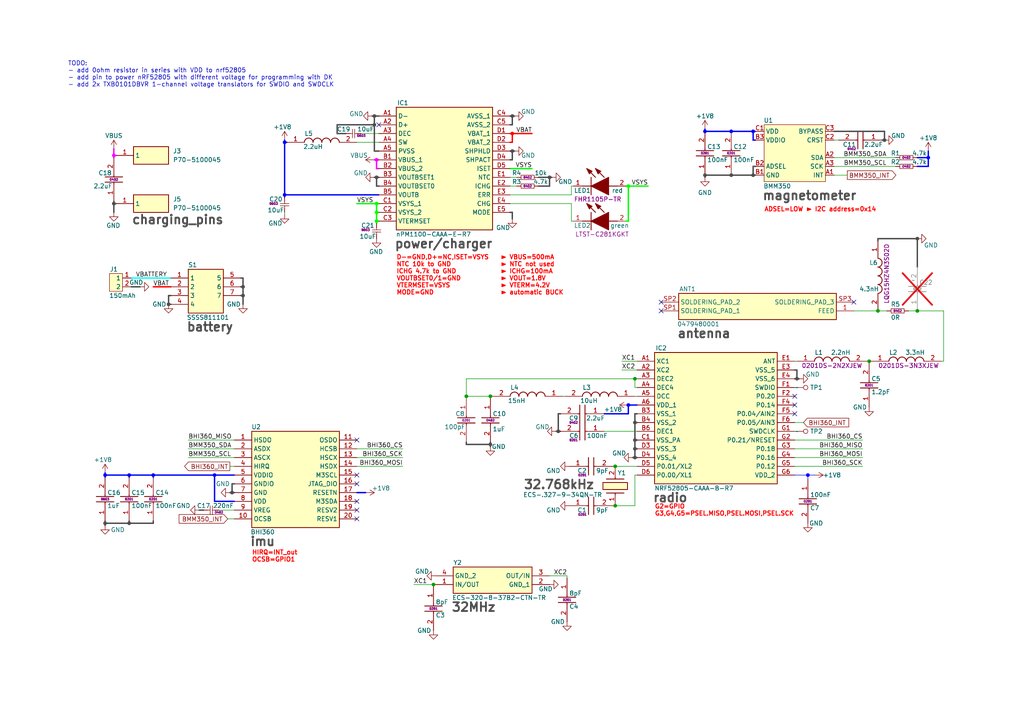
<source format=kicad_sch>
(kicad_sch (version 20230121) (generator eeschema)
  (paper "A4")
  (junction (at 218.44 38.1) (color 0 0 255 1))
  (junction (at 142.24 114.935))
  (junction (at 204.47 50.8) (color 72 72 72 1))
  (junction (at 82.55 56.515) (color 0 0 255 1))
  (junction (at 269.24 45.72) (color 0 0 255 1))
  (junction (at 108.585 36.195) (color 72 72 72 1))
  (junction (at 212.09 50.8) (color 72 72 72 1))
  (junction (at 204.47 38.1) (color 0 0 255 1))
  (junction (at 62.23 137.795) (color 0 0 255 1))
  (junction (at 182.245 53.975) (color 0 255 0 1))
  (junction (at 142.24 128.905) (color 72 72 72 1))
  (junction (at 148.59 33.655) (color 72 72 72 1))
  (junction (at 109.22 51.435) (color 72 72 72 1))
  (junction (at 231.14 109.855) (color 72 72 72 1))
  (junction (at 70.485 85.725) (color 72 72 72 1))
  (junction (at 234.315 137.795) (color 0 0 255 1))
  (junction (at 184.15 130.175) (color 72 72 72 1))
  (junction (at 256.54 40.64) (color 72 72 72 1))
  (junction (at 266.065 69.215) (color 72 72 72 1))
  (junction (at 182.245 117.475) (color 0 0 255 1))
  (junction (at 178.435 135.255))
  (junction (at 48.895 88.265) (color 72 72 72 1))
  (junction (at 37.465 137.795) (color 0 0 255 1))
  (junction (at 30.48 151.765) (color 72 72 72 1))
  (junction (at 33.02 45.085) (color 255 0 255 1))
  (junction (at 218.44 50.8) (color 72 72 72 1))
  (junction (at 33.02 59.055) (color 72 72 72 1))
  (junction (at 37.465 151.765) (color 72 72 72 1))
  (junction (at 254.635 90.17))
  (junction (at 161.925 125.095) (color 72 72 72 1))
  (junction (at 184.15 127.635) (color 72 72 72 1))
  (junction (at 67.31 142.875) (color 72 72 72 1))
  (junction (at 109.22 64.135) (color 0 255 0 1))
  (junction (at 108.585 33.655) (color 72 72 72 1))
  (junction (at 159.385 51.435) (color 72 72 72 1))
  (junction (at 178.435 146.685))
  (junction (at 184.15 132.715) (color 72 72 72 1))
  (junction (at 109.22 61.595) (color 0 255 0 1))
  (junction (at 135.255 114.935))
  (junction (at 44.45 137.795) (color 0 0 255 1))
  (junction (at 148.59 38.735) (color 255 0 0 1))
  (junction (at 266.065 90.17))
  (junction (at 109.22 59.055) (color 0 255 0 1))
  (junction (at 125.73 169.545))
  (junction (at 252.095 104.775))
  (junction (at 82.55 41.275) (color 0 0 255 1))
  (junction (at 184.15 109.855))
  (junction (at 212.09 38.1) (color 0 0 255 1))
  (junction (at 148.59 43.815) (color 72 72 72 1))
  (junction (at 30.48 137.795) (color 0 0 255 1))
  (junction (at 109.22 46.355) (color 255 0 255 1))
  (junction (at 70.485 83.185) (color 72 72 72 1))
  (junction (at 184.15 122.555) (color 72 72 72 1))
  (no_connect (at 247.65 87.63))
  (no_connect (at 230.505 117.475))
  (no_connect (at 103.505 137.795))
  (no_connect (at 230.505 114.935))
  (no_connect (at 103.505 145.415))
  (no_connect (at 191.77 87.63))
  (no_connect (at 103.505 147.955))
  (no_connect (at 103.505 127.635))
  (no_connect (at 191.77 90.17))
  (no_connect (at 109.855 36.195))
  (no_connect (at 103.505 140.335))
  (no_connect (at 230.505 120.015))
  (no_connect (at 103.505 150.495))
  (wire (pts (xy 57.785 147.955) (xy 59.055 147.955)) (stroke (width 0.4) (color 72 72 72 1)))
  (wire (pts (xy 247.65 90.17) (xy 254.635 90.17)))
  (wire (pts (xy 135.255 115.57) (xy 135.255 114.935)))
  (wire (pts (xy 266.065 69.215) (xy 266.065 77.47)) (stroke (width 0.4) (color 72 72 72 1)))
  (wire (pts (xy 142.24 114.935) (xy 142.24 115.57)))
  (wire (pts (xy 108.585 36.195) (xy 108.585 43.815)) (stroke (width 0.4) (color 72 72 72 1)))
  (wire (pts (xy 30.48 137.795) (xy 37.465 137.795)) (stroke (width 0.4) (color 0 0 255 1)))
  (wire (pts (xy 241.935 45.72) (xy 259.715 45.72)))
  (wire (pts (xy 218.44 50.8) (xy 219.075 50.8)) (stroke (width 0.4) (color 72 72 72 1)))
  (wire (pts (xy 161.925 125.095) (xy 162.56 125.095)) (stroke (width 0.4) (color 72 72 72 1)))
  (wire (pts (xy 159.385 51.435) (xy 160.02 51.435)) (stroke (width 0.4) (color 72 72 72 1)))
  (wire (pts (xy 178.435 135.255) (xy 184.785 135.255)))
  (wire (pts (xy 108.585 43.815) (xy 109.855 43.815)) (stroke (width 0.4) (color 72 72 72 1)))
  (wire (pts (xy 183.515 132.715) (xy 184.15 132.715)) (stroke (width 0.4) (color 72 72 72 1)))
  (wire (pts (xy 266.065 45.72) (xy 269.24 45.72)) (stroke (width 0.4) (color 0 0 255 1)))
  (wire (pts (xy 148.59 61.595) (xy 148.59 63.5)) (stroke (width 0.4) (color 72 72 72 1)))
  (wire (pts (xy 30.48 151.13) (xy 30.48 151.765)) (stroke (width 0.4) (color 72 72 72 1)))
  (wire (pts (xy 135.255 109.855) (xy 135.255 114.935)))
  (wire (pts (xy 82.55 41.275) (xy 83.185 41.275)) (stroke (width 0.4) (color 0 0 255 1)))
  (wire (pts (xy 147.955 46.355) (xy 148.59 46.355)) (stroke (width 0.4) (color 72 72 72 1)))
  (wire (pts (xy 109.22 51.435) (xy 109.22 53.975)) (stroke (width 0.4) (color 72 72 72 1)))
  (wire (pts (xy 255.905 40.64) (xy 256.54 40.64)) (stroke (width 0.4) (color 72 72 72 1)))
  (wire (pts (xy 135.255 114.935) (xy 142.24 114.935)))
  (wire (pts (xy 161.925 120.015) (xy 162.56 120.015)) (stroke (width 0.4) (color 72 72 72 1)))
  (wire (pts (xy 212.09 50.8) (xy 218.44 50.8)) (stroke (width 0.4) (color 72 72 72 1)))
  (wire (pts (xy 70.485 85.725) (xy 70.485 88.265)) (stroke (width 0.4) (color 72 72 72 1)))
  (wire (pts (xy 70.485 83.185) (xy 69.85 83.185)) (stroke (width 0.4) (color 72 72 72 1)))
  (wire (pts (xy 241.935 40.64) (xy 243.205 40.64)))
  (wire (pts (xy 66.04 150.495) (xy 67.945 150.495)))
  (wire (pts (xy 230.505 135.255) (xy 250.19 135.255)))
  (wire (pts (xy 38.1 80.645) (xy 49.53 80.645)) (stroke (width 0.4) (color 0 255 255 1)))
  (wire (pts (xy 142.875 114.935) (xy 142.24 114.935)))
  (wire (pts (xy 33.02 59.055) (xy 33.02 61.595)) (stroke (width 0.4) (color 72 72 72 1)))
  (wire (pts (xy 33.02 45.085) (xy 33.02 45.72)) (stroke (width 0.4) (color 255 0 255 1)))
  (wire (pts (xy 148.59 41.275) (xy 147.955 41.275)) (stroke (width 0.4) (color 255 0 0 1)))
  (wire (pts (xy 109.855 64.135) (xy 109.22 64.135)) (stroke (width 0.4) (color 0 255 0 1)))
  (wire (pts (xy 62.23 145.415) (xy 62.23 137.795)) (stroke (width 0.4) (color 0 0 255 1)))
  (wire (pts (xy 218.44 40.64) (xy 218.44 38.1)) (stroke (width 0.4) (color 0 0 255 1)))
  (wire (pts (xy 109.22 48.895) (xy 109.855 48.895)) (stroke (width 0.4) (color 255 0 255 1)))
  (wire (pts (xy 109.22 64.135) (xy 109.22 64.77)) (stroke (width 0.4) (color 0 255 0 1)))
  (wire (pts (xy 230.505 130.175) (xy 250.19 130.175)))
  (wire (pts (xy 230.505 125.095) (xy 231.14 125.095)))
  (wire (pts (xy 44.45 137.795) (xy 62.23 137.795)) (stroke (width 0.4) (color 0 0 255 1)))
  (wire (pts (xy 161.29 125.095) (xy 161.925 125.095)) (stroke (width 0.4) (color 72 72 72 1)))
  (wire (pts (xy 63.5 147.955) (xy 67.945 147.955)))
  (wire (pts (xy 147.955 38.735) (xy 148.59 38.735)) (stroke (width 0.4) (color 255 0 0 1)))
  (wire (pts (xy 70.485 83.185) (xy 70.485 85.725)) (stroke (width 0.4) (color 72 72 72 1)))
  (wire (pts (xy 147.955 59.055) (xy 165.735 59.055)))
  (wire (pts (xy 219.075 40.64) (xy 218.44 40.64)) (stroke (width 0.4) (color 0 0 255 1)))
  (wire (pts (xy 230.505 122.555) (xy 233.045 122.555)))
  (wire (pts (xy 70.485 80.645) (xy 70.485 83.185)) (stroke (width 0.4) (color 72 72 72 1)))
  (wire (pts (xy 165.735 64.135) (xy 166.37 64.135)))
  (wire (pts (xy 180.34 107.315) (xy 184.785 107.315)))
  (wire (pts (xy 182.245 53.975) (xy 187.96 53.975)) (stroke (width 0.4) (color 0 255 0 1)))
  (wire (pts (xy 204.47 37.465) (xy 204.47 38.1)) (stroke (width 0.4) (color 0 0 255 1)))
  (wire (pts (xy 97.79 38.735) (xy 97.79 36.195)) (stroke (width 0.4) (color 72 72 72 1)))
  (wire (pts (xy 184.785 130.175) (xy 184.15 130.175)) (stroke (width 0.4) (color 72 72 72 1)))
  (wire (pts (xy 204.47 50.8) (xy 212.09 50.8)) (stroke (width 0.4) (color 72 72 72 1)))
  (wire (pts (xy 156.21 53.975) (xy 159.385 53.975)) (stroke (width 0.4) (color 72 72 72 1)))
  (wire (pts (xy 147.955 61.595) (xy 148.59 61.595)) (stroke (width 0.4) (color 72 72 72 1)))
  (wire (pts (xy 159.385 53.975) (xy 159.385 51.435)) (stroke (width 0.4) (color 72 72 72 1)))
  (wire (pts (xy 230.505 132.715) (xy 250.19 132.715)))
  (wire (pts (xy 108.585 46.355) (xy 109.22 46.355)) (stroke (width 0.4) (color 255 0 255 1)))
  (wire (pts (xy 37.465 151.765) (xy 44.45 151.765)) (stroke (width 0.4) (color 72 72 72 1)))
  (wire (pts (xy 62.23 145.415) (xy 67.945 145.415)) (stroke (width 0.4) (color 0 0 255 1)))
  (wire (pts (xy 177.8 146.685) (xy 178.435 146.685)))
  (wire (pts (xy 148.59 33.655) (xy 148.59 36.195)) (stroke (width 0.4) (color 72 72 72 1)))
  (wire (pts (xy 147.955 56.515) (xy 165.735 56.515)))
  (wire (pts (xy 241.935 48.26) (xy 259.715 48.26)))
  (wire (pts (xy 66.675 135.255) (xy 67.945 135.255)))
  (wire (pts (xy 147.955 48.895) (xy 154.305 48.895)) (stroke (width 0.4) (color 0 255 0 1)))
  (wire (pts (xy 184.15 130.175) (xy 184.15 132.715)) (stroke (width 0.4) (color 72 72 72 1)))
  (wire (pts (xy 103.505 135.255) (xy 116.84 135.255)))
  (wire (pts (xy 230.505 127.635) (xy 250.19 127.635)))
  (wire (pts (xy 82.55 56.515) (xy 82.55 57.15)) (stroke (width 0.4) (color 0 0 255 1)))
  (wire (pts (xy 125.73 169.545) (xy 126.365 169.545)))
  (wire (pts (xy 135.255 128.27) (xy 135.255 128.905)) (stroke (width 0.4) (color 72 72 72 1)))
  (wire (pts (xy 230.505 104.775) (xy 231.14 104.775)))
  (wire (pts (xy 44.45 137.795) (xy 44.45 138.43)) (stroke (width 0.4) (color 0 0 255 1)))
  (wire (pts (xy 204.47 50.8) (xy 204.47 51.435)) (stroke (width 0.4) (color 72 72 72 1)))
  (wire (pts (xy 256.54 40.64) (xy 256.54 38.1)) (stroke (width 0.4) (color 72 72 72 1)))
  (wire (pts (xy 147.955 43.815) (xy 148.59 43.815)) (stroke (width 0.4) (color 72 72 72 1)))
  (wire (pts (xy 230.505 112.395) (xy 231.14 112.395)))
  (wire (pts (xy 135.255 109.855) (xy 184.15 109.855)))
  (wire (pts (xy 184.15 112.395) (xy 184.785 112.395)))
  (wire (pts (xy 161.925 120.015) (xy 161.925 125.095)) (stroke (width 0.4) (color 72 72 72 1)))
  (wire (pts (xy 241.935 50.8) (xy 245.745 50.8)))
  (wire (pts (xy 82.55 56.515) (xy 109.855 56.515)) (stroke (width 0.4) (color 0 0 255 1)))
  (wire (pts (xy 66.675 142.875) (xy 67.31 142.875)) (stroke (width 0.4) (color 72 72 72 1)))
  (wire (pts (xy 147.955 53.975) (xy 149.86 53.975)))
  (wire (pts (xy 184.15 122.555) (xy 184.15 127.635)) (stroke (width 0.4) (color 72 72 72 1)))
  (wire (pts (xy 254.635 90.17) (xy 257.175 90.17)))
  (wire (pts (xy 147.955 36.195) (xy 148.59 36.195)) (stroke (width 0.4) (color 72 72 72 1)))
  (wire (pts (xy 184.15 132.715) (xy 184.785 132.715)) (stroke (width 0.4) (color 72 72 72 1)))
  (wire (pts (xy 54.61 132.715) (xy 67.945 132.715)))
  (wire (pts (xy 103.505 142.875) (xy 106.045 142.875)) (stroke (width 0.4) (color 0 0 255 1)))
  (wire (pts (xy 184.15 127.635) (xy 184.785 127.635)) (stroke (width 0.4) (color 72 72 72 1)))
  (wire (pts (xy 33.02 45.085) (xy 33.655 45.085)) (stroke (width 0.4) (color 255 0 255 1)))
  (wire (pts (xy 148.59 38.735) (xy 148.59 41.275)) (stroke (width 0.4) (color 255 0 0 1)))
  (wire (pts (xy 178.435 135.89) (xy 178.435 135.255)))
  (wire (pts (xy 182.245 53.975) (xy 181.61 53.975)) (stroke (width 0.4) (color 0 255 0 1)))
  (wire (pts (xy 97.79 38.735) (xy 100.33 38.735)) (stroke (width 0.4) (color 72 72 72 1)))
  (wire (pts (xy 165.735 59.055) (xy 165.735 64.135)))
  (wire (pts (xy 109.855 46.355) (xy 109.22 46.355)) (stroke (width 0.4) (color 255 0 255 1)))
  (wire (pts (xy 182.245 117.475) (xy 184.785 117.475)) (stroke (width 0.4) (color 0 0 255 1)))
  (wire (pts (xy 125.73 170.18) (xy 125.73 169.545)))
  (wire (pts (xy 254.635 69.215) (xy 266.065 69.215)) (stroke (width 0.4) (color 72 72 72 1)))
  (wire (pts (xy 108.585 33.655) (xy 108.585 36.195)) (stroke (width 0.4) (color 72 72 72 1)))
  (wire (pts (xy 175.26 120.015) (xy 182.245 120.015)) (stroke (width 0.4) (color 0 0 255 1)))
  (wire (pts (xy 184.15 137.795) (xy 184.15 146.685)))
  (wire (pts (xy 184.15 146.685) (xy 178.435 146.685)))
  (wire (pts (xy 251.46 104.775) (xy 252.095 104.775)))
  (wire (pts (xy 109.22 61.595) (xy 109.855 61.595)) (stroke (width 0.4) (color 0 255 0 1)))
  (wire (pts (xy 142.24 128.905) (xy 142.24 128.27)) (stroke (width 0.4) (color 72 72 72 1)))
  (wire (pts (xy 184.785 137.795) (xy 184.15 137.795)))
  (wire (pts (xy 181.61 64.135) (xy 182.245 64.135)) (stroke (width 0.4) (color 0 255 0 1)))
  (wire (pts (xy 184.15 109.855) (xy 184.15 112.395)))
  (wire (pts (xy 266.065 90.17) (xy 273.685 90.17)))
  (wire (pts (xy 67.945 140.335) (xy 67.31 140.335)) (stroke (width 0.4) (color 72 72 72 1)))
  (wire (pts (xy 33.02 59.055) (xy 33.655 59.055)) (stroke (width 0.4) (color 72 72 72 1)))
  (wire (pts (xy 273.05 104.775) (xy 273.685 104.775)))
  (wire (pts (xy 263.525 90.17) (xy 266.065 90.17)))
  (wire (pts (xy 269.24 45.72) (xy 269.24 48.26)) (stroke (width 0.4) (color 0 0 255 1)))
  (wire (pts (xy 165.735 53.975) (xy 166.37 53.975)))
  (wire (pts (xy 104.775 38.735) (xy 109.855 38.735)))
  (wire (pts (xy 254.635 69.85) (xy 254.635 69.215)) (stroke (width 0.4) (color 72 72 72 1)))
  (wire (pts (xy 182.245 120.015) (xy 182.245 117.475)) (stroke (width 0.4) (color 0 0 255 1)))
  (wire (pts (xy 241.935 38.1) (xy 256.54 38.1)) (stroke (width 0.4) (color 72 72 72 1)))
  (wire (pts (xy 184.785 120.015) (xy 184.15 120.015)) (stroke (width 0.4) (color 72 72 72 1)))
  (wire (pts (xy 30.48 137.795) (xy 30.48 138.43)) (stroke (width 0.4) (color 0 0 255 1)))
  (wire (pts (xy 38.1 83.185) (xy 40.64 83.185)) (stroke (width 0.4) (color 72 72 72 1)))
  (wire (pts (xy 273.685 104.775) (xy 273.685 90.17)))
  (wire (pts (xy 266.065 48.26) (xy 269.24 48.26)) (stroke (width 0.4) (color 0 0 255 1)))
  (wire (pts (xy 67.945 127.635) (xy 54.61 127.635)))
  (wire (pts (xy 230.505 107.315) (xy 231.14 107.315)) (stroke (width 0.4) (color 72 72 72 1)))
  (wire (pts (xy 44.45 83.185) (xy 49.53 83.185)) (stroke (width 0.4) (color 255 0 0 1)))
  (wire (pts (xy 82.55 61.595) (xy 82.55 62.23)))
  (wire (pts (xy 234.315 137.795) (xy 234.315 139.065)) (stroke (width 0) (color 0 0 255 1)))
  (wire (pts (xy 163.83 114.935) (xy 163.195 114.935)))
  (wire (pts (xy 184.785 109.855) (xy 184.15 109.855)))
  (wire (pts (xy 33.02 58.42) (xy 33.02 59.055)) (stroke (width 0.4) (color 72 72 72 1)))
  (wire (pts (xy 269.24 43.815) (xy 269.24 45.72)) (stroke (width 0.4) (color 0 0 255 1)))
  (wire (pts (xy 230.505 137.795) (xy 234.315 137.795)) (stroke (width 0) (color 0 0 255 1)))
  (wire (pts (xy 62.23 137.795) (xy 67.945 137.795)) (stroke (width 0.4) (color 0 0 255 1)))
  (wire (pts (xy 107.95 33.655) (xy 108.585 33.655)) (stroke (width 0.4) (color 72 72 72 1)))
  (wire (pts (xy 135.255 128.905) (xy 142.24 128.905)) (stroke (width 0.4) (color 72 72 72 1)))
  (wire (pts (xy 218.44 38.1) (xy 219.075 38.1)) (stroke (width 0.4) (color 0 0 255 1)))
  (wire (pts (xy 109.22 46.355) (xy 109.22 48.895)) (stroke (width 0.4) (color 255 0 255 1)))
  (wire (pts (xy 234.315 137.795) (xy 236.22 137.795)) (stroke (width 0) (color 0 0 255 1)))
  (wire (pts (xy 165.735 56.515) (xy 165.735 53.975)))
  (wire (pts (xy 30.48 137.16) (xy 30.48 137.795)) (stroke (width 0.4) (color 0 0 255 1)))
  (wire (pts (xy 103.505 41.275) (xy 109.855 41.275)))
  (wire (pts (xy 184.15 114.935) (xy 184.785 114.935)))
  (wire (pts (xy 49.53 85.725) (xy 48.895 85.725)) (stroke (width 0.4) (color 72 72 72 1)))
  (wire (pts (xy 184.15 122.555) (xy 184.785 122.555)) (stroke (width 0.4) (color 72 72 72 1)))
  (wire (pts (xy 103.505 132.715) (xy 116.84 132.715)))
  (wire (pts (xy 70.485 85.725) (xy 69.85 85.725)) (stroke (width 0.4) (color 72 72 72 1)))
  (wire (pts (xy 103.505 59.055) (xy 109.22 59.055)) (stroke (width 0.4) (color 0 255 0 1)))
  (wire (pts (xy 252.095 104.775) (xy 252.73 104.775)))
  (wire (pts (xy 231.14 109.855) (xy 230.505 109.855)) (stroke (width 0.4) (color 72 72 72 1)))
  (wire (pts (xy 212.09 38.1) (xy 218.44 38.1)) (stroke (width 0.4) (color 0 0 255 1)))
  (wire (pts (xy 148.59 43.815) (xy 148.59 46.355)) (stroke (width 0.4) (color 72 72 72 1)))
  (wire (pts (xy 175.26 125.095) (xy 184.785 125.095)))
  (wire (pts (xy 219.075 48.26) (xy 218.44 48.26)) (stroke (width 0.4) (color 72 72 72 1)))
  (wire (pts (xy 44.45 151.765) (xy 44.45 151.13)) (stroke (width 0.4) (color 72 72 72 1)))
  (wire (pts (xy 109.22 53.975) (xy 109.855 53.975)) (stroke (width 0.4) (color 72 72 72 1)))
  (wire (pts (xy 184.15 127.635) (xy 184.15 130.175)) (stroke (width 0.4) (color 72 72 72 1)))
  (wire (pts (xy 180.34 104.775) (xy 184.785 104.775)))
  (wire (pts (xy 148.59 38.735) (xy 154.305 38.735)) (stroke (width 0.4) (color 255 0 0 1)))
  (wire (pts (xy 109.22 59.055) (xy 109.22 61.595)) (stroke (width 0.4) (color 0 255 0 1)))
  (wire (pts (xy 49.53 88.265) (xy 48.895 88.265)) (stroke (width 0.4) (color 72 72 72 1)))
  (wire (pts (xy 148.59 33.655) (xy 149.225 33.655)) (stroke (width 0.4) (color 72 72 72 1)))
  (wire (pts (xy 231.14 107.315) (xy 231.14 109.855)) (stroke (width 0.4) (color 72 72 72 1)))
  (wire (pts (xy 147.955 33.655) (xy 148.59 33.655)) (stroke (width 0.4) (color 72 72 72 1)))
  (wire (pts (xy 252.095 104.775) (xy 252.095 105.41)))
  (wire (pts (xy 109.855 51.435) (xy 109.22 51.435)) (stroke (width 0.4) (color 72 72 72 1)))
  (wire (pts (xy 159.385 167.005) (xy 164.465 167.005)))
  (wire (pts (xy 147.955 51.435) (xy 149.86 51.435)))
  (wire (pts (xy 97.79 36.195) (xy 108.585 36.195)) (stroke (width 0.4) (color 72 72 72 1)))
  (wire (pts (xy 103.505 130.175) (xy 116.84 130.175)))
  (wire (pts (xy 37.465 137.795) (xy 37.465 138.43)) (stroke (width 0.4) (color 0 0 255 1)))
  (wire (pts (xy 37.465 151.765) (xy 37.465 151.13)) (stroke (width 0.4) (color 72 72 72 1)))
  (wire (pts (xy 231.14 109.855) (xy 231.775 109.855)) (stroke (width 0.4) (color 72 72 72 1)))
  (wire (pts (xy 33.02 43.18) (xy 33.02 45.085)) (stroke (width 0.4) (color 255 0 255 1)))
  (wire (pts (xy 164.465 167.005) (xy 164.465 167.64)))
  (wire (pts (xy 178.435 135.255) (xy 177.8 135.255)))
  (wire (pts (xy 156.21 51.435) (xy 159.385 51.435)) (stroke (width 0.4) (color 72 72 72 1)))
  (wire (pts (xy 30.48 151.765) (xy 30.48 152.4)) (stroke (width 0.4) (color 72 72 72 1)))
  (wire (pts (xy 178.435 146.05) (xy 178.435 146.685)))
  (wire (pts (xy 82.55 56.515) (xy 82.55 41.275)) (stroke (width 0.4) (color 0 0 255 1)))
  (wire (pts (xy 48.895 85.725) (xy 48.895 88.265)) (stroke (width 0.4) (color 72 72 72 1)))
  (wire (pts (xy 37.465 137.795) (xy 44.45 137.795)) (stroke (width 0.4) (color 0 0 255 1)))
  (wire (pts (xy 54.61 130.175) (xy 67.945 130.175)))
  (wire (pts (xy 184.15 120.015) (xy 184.15 122.555)) (stroke (width 0.4) (color 72 72 72 1)))
  (wire (pts (xy 30.48 151.765) (xy 37.465 151.765)) (stroke (width 0.4) (color 72 72 72 1)))
  (wire (pts (xy 204.47 38.1) (xy 212.09 38.1)) (stroke (width 0.4) (color 0 0 255 1)))
  (wire (pts (xy 67.31 140.335) (xy 67.31 142.875)) (stroke (width 0.4) (color 72 72 72 1)))
  (wire (pts (xy 109.22 64.135) (xy 109.22 61.595)) (stroke (width 0.4) (color 0 255 0 1)))
  (wire (pts (xy 108.585 51.435) (xy 109.22 51.435)) (stroke (width 0.4) (color 72 72 72 1)))
  (wire (pts (xy 218.44 48.26) (xy 218.44 50.8)) (stroke (width 0.4) (color 72 72 72 1)))
  (wire (pts (xy 67.31 142.875) (xy 67.945 142.875)) (stroke (width 0.4) (color 72 72 72 1)))
  (wire (pts (xy 108.585 33.655) (xy 109.855 33.655)) (stroke (width 0.4) (color 72 72 72 1)))
  (wire (pts (xy 142.24 129.54) (xy 142.24 128.905)) (stroke (width 0.4) (color 72 72 72 1)))
  (wire (pts (xy 148.59 43.815) (xy 149.225 43.815)) (stroke (width 0.4) (color 72 72 72 1)))
  (wire (pts (xy 69.85 80.645) (xy 70.485 80.645)) (stroke (width 0.4) (color 72 72 72 1)))
  (wire (pts (xy 82.55 40.64) (xy 82.55 41.275)) (stroke (width 0.4) (color 0 0 255 1)))
  (wire (pts (xy 182.245 64.135) (xy 182.245 53.975)) (stroke (width 0.4) (color 0 255 0 1)))
  (wire (pts (xy 120.015 169.545) (xy 125.73 169.545)))
  (wire (pts (xy 109.22 59.055) (xy 109.855 59.055)) (stroke (width 0.4) (color 0 255 0 1)))
  (text "D-=GND,D+=NC,ISET=VSYS	► VBUS=500mA\nNTC 10k to GND			► NTC not used\nICHG 4.7k to GND		► ICHG=100mA\nVOUTBSET0/1=GND      	► VOUT=1.8V\nVTERMSET=VSYS			► VTERM=4.2V\nMODE=GND				► automatic BUCK" (at 114.935 85.725 0) (effects (font (size 1.27 1.27) (thickness 0.254) bold) (justify left bottom)))
  (text "32.768kHz\n" (at 151.765 142.24 0) (effects (font (size 2.54 2.54) bold) (justify left bottom)))
  (text "TODO:\n- add 0ohm resistor in series with VDD to nrf52805\n- add pin to power nRF52805 with different voltage for programming with DK\n- add 2x TXB0101DBVR 1-channel voltage translators for SWDIO and SWDCLK" (at 19.685 25.4 0) (effects (font (size 1.27 1.27)) (justify left bottom)))
  (text "HIRQ=INT_out\nOCSB=GPIO1" (at 73.025 163.195 0) (effects (font (size 1.27 1.27) (thickness 0.254) bold) (justify left bottom)))
  (text "G2=GPIO\nG3,G4,G5=PSEL.MISO,PSEL.MOSI,PSEL.SCK" (at 189.865 149.86 0) (effects (font (size 1.27 1.27) (thickness 0.254) bold) (justify left bottom)))
  (text "radio" (at 189.23 146.05 0) (effects (font (size 2.54 2.54) bold) (justify left bottom)))
  (text "power/charger" (at 114.3 72.39 0) (effects (font (size 2.54 2.54) bold) (justify left bottom)))
  (text "ADSEL=LOW ► I2C address=0x14" (at 221.615 61.595 0) (effects (font (size 1.27 1.27) (thickness 0.254) bold) (justify left bottom)))
  (text "magnetometer" (at 220.98 58.42 0) (effects (font (size 2.54 2.54) (thickness 0.508) bold) (justify left bottom)))
  (text "battery" (at 53.975 96.52 0) (effects (font (size 2.54 2.54) bold) (justify left bottom)))
  (text "antenna" (at 212.09 98.425 0) (effects (font (size 2.54 2.54) bold) (justify right bottom)))
  (text "charging_pins" (at 38.1 65.405 0) (effects (font (size 2.54 2.54) bold) (justify left bottom)))
  (text "imu" (at 72.39 158.75 0) (effects (font (size 2.54 2.54) bold) (justify left bottom)))
  (text "32MHz" (at 130.81 177.8 0) (effects (font (size 2.54 2.54) bold) (justify left bottom)))
  (label "BHI360_CS" (at 116.84 130.175 180))
  (label "VBATTERY" (at 39.37 80.645 0))
  (label "VSYS" (at 154.305 48.895 180))
  (label "VBAT" (at 154.305 38.735 180))
  (label "BHI360_CS" (at 250.19 127.635 180))
  (label "VSYS" (at 103.505 59.055 0))
  (label "VSYS" (at 187.96 53.975 180))
  (label "BHI360_SCK" (at 116.84 132.715 180))
  (label "BHI360_MISO" (at 250.19 130.175 180))
  (label "BMM350_SCL" (at 257.175 48.26 180))
  (label "XC2" (at 180.34 107.315 0))
  (label "XC2" (at 164.465 167.005 180))
  (label "XC1" (at 180.34 104.775 0))
  (label "BHI360_MISO" (at 54.61 127.635 0))
  (label "BHI360_MOSI" (at 250.19 132.715 180))
  (label "BHI360_MOSI" (at 116.84 135.255 180))
  (label "BMM350_SCL" (at 54.61 132.715 0))
  (label "VBAT" (at 44.45 83.185 0))
  (label "XC1" (at 120.015 169.545 0))
  (label "BMM350_SDA" (at 257.175 45.72 180))
  (label "BMM350_SDA" (at 54.61 130.175 0))
  (label "BHI360_SCK" (at 250.19 135.255 180))
  (global_label "BHI360_INT" (shape output) (at 66.675 135.255 180) (property "Intersheetrefs" "${INTERSHEET_REFS}" (effects hide)))
  (global_label "BHI360_INT" (shape input) (at 233.045 122.555 0) (property "Intersheetrefs" "${INTERSHEET_REFS}" (effects hide)))
  (global_label "BMM350_INT" (shape output) (at 245.745 50.8 0) (property "Intersheetrefs" "${INTERSHEET_REFS}" (effects hide)))
  (global_label "BMM350_INT" (shape input) (at 66.04 150.495 180) (property "Intersheetrefs" "${INTERSHEET_REFS}" (effects hide)))
  (symbol (lib_id "power:GND") (at 183.515 132.715 270) (unit 1)
    (property "Reference" "#PWR025" (effects hide))
    (property "Value" "GND" (at 181.61 131.445 90) (effects (justify right)))
  )
  (symbol (lib_id "the_backrooms:GRM033R61E104KE14J") (at 175.26 125.095 0) (mirror y) (unit 1)
    (property "Reference" "C6" (at 165.1 126.365 0) (effects (justify right)))
    (property "Value" "100nF" (at 170.18 126.365 0) (effects (justify right)))
    (property "Footprint" "the_backrooms:CAPC0603X33N" (effects hide))
    (property "Datasheet" "http://www.murata.com/~/media/webrenewal/support/library/catalog/products/capacitor/mlcc/c02e.pdf" (effects hide))
    (property "Height" "0.33" (effects hide))
    (property "Manufacturer_Name" "Murata Electronics" (effects hide))
    (property "Manufacturer_Part_Number" "GRM033R61E104KE14J" (effects hide))
    (property "Mouser Part Number" "81-GRM033R61E104KE4J" (effects hide))
    (property "Mouser Price/Stock" "https://www.mouser.co.uk/ProductDetail/Murata-Electronics/GRM033R61E104KE14J?qs=hNud%2FORuBR2oQhcvd00LsA%3D%3D" (effects hide))
    (property "Arrow Part Number" "GRM033R61E104KE14J" (effects hide))
    (property "Arrow Price/Stock" "https://www.arrow.com/en/products/grm033r61e104ke14j/murata-manufacturing?region=nac" (effects hide))
    (property "Mfr. No." "GRM033R61E104KE14J" (effects hide))
    (property "Package/Case" "0201" (at 166.37 127.635 0) (effects (font (size 0.635 0.635))))
    (property "Description" "Multilayer Ceramic Capacitors MLCC - SMD/SMT 0.1 uF 25 VDC 10% 0201 X5R" (effects hide))
  )
  (symbol (lib_id "power:GND") (at 164.465 180.34 0) (unit 1)
    (property "Reference" "#PWR029" (effects hide))
    (property "Value" "GND" (at 163.83 180.34 0) (effects (justify right)))
  )
  (symbol (lib_id "power:GND") (at 160.02 51.435 90) (unit 1)
    (property "Reference" "#PWR08" (effects hide))
    (property "Value" "GND" (at 161.925 52.705 90) (effects (justify right)))
  )
  (symbol (lib_id "the_backrooms:0201DS-2N2XJEW") (at 231.14 104.775 0) (unit 1)
    (property "Reference" "L1" (at 237.49 102.235 0))
    (property "Value" "2.2nH" (at 243.84 102.235 0))
    (property "Footprint" "INDC0605X45N" (effects hide))
    (property "Datasheet" "https://componentsearchengine.com/Datasheets/1/0201DS-2N2XJEW.pdf" (effects hide))
    (property "Height" "0.45" (effects hide))
    (property "Manufacturer_Name" "COILCRAFT" (effects hide))
    (property "Manufacturer_Part_Number" "0201DS-2N2XJEW" (effects hide))
    (property "Mouser Part Number" "994-0201DS-2N2XJEW" (effects hide))
    (property "Mouser Price/Stock" "https://www.mouser.com/Search/Refine.aspx?Keyword=994-0201DS-2N2XJEW" (effects hide))
    (property "Mfr. No." "0201DS-2N2XJEW" (at 241.3 106.045 0))
  )
  (symbol (lib_id "the_backrooms:res_0402") (at 149.86 53.975 0) (unit 1)
    (property "Reference" "R3" (at 149.86 52.705 0))
    (property "Value" "4.7k" (at 156.845 52.705 0))
    (property "Footprint" "the_backrooms:0402_res" (effects hide))
    (property "Datasheet" "https://www.mouser.de/datasheet/2/54/cr-1858361.pdf" (effects hide))
    (property "Package/Case" "0402" (at 153.035 53.975 0) (effects (font (size 0.635 0.635))))
    (property "Mfr. No." "CR0402-FX-4701GLF" (effects hide))
    (property "Description" "Thick Film Resistors - SMD 4.7K OHM 1%" (effects hide))
  )
  (symbol (lib_id "power:GND") (at 161.29 125.095 270) (unit 1)
    (property "Reference" "#PWR034" (effects hide))
    (property "Value" "GND" (at 159.385 123.825 90) (effects (justify right)))
  )
  (symbol (lib_id "the_backrooms:BHI360") (at 67.945 127.635 0) (unit 1)
    (property "Reference" "U2" (at 74.295 123.825 0))
    (property "Value" "BHI360" (at 76.2 154.305 0))
    (property "Footprint" "BHI360" (effects hide))
    (property "Datasheet" "https://www.bosch-sensortec.com/media/boschsensortec/downloads/datasheets/bst-bhi360-ds000.pdf" (effects hide))
    (property "Height" "1" (effects hide))
    (property "Manufacturer_Name" "BOSCH" (effects hide))
    (property "Manufacturer_Part_Number" "BHI360" (effects hide))
    (property "Mouser Part Number" "262-BHI360" (effects hide))
    (property "Mouser Price/Stock" "https://www.mouser.co.uk/ProductDetail/Bosch-Sensortec/BHI360?qs=ulEaXIWI0c93cz3Dqv%252BGgg%3D%3D" (effects hide))
    (property "Arrow Part Number" "BHI360" (effects hide))
    (property "Arrow Price/Stock" "https://www.arrow.com/en/products/bhi360/bosch?region=nac" (effects hide))
    (property "Mfr. No." "BHI360" (effects hide))
  )
  (symbol (lib_id "power:GND") (at 204.47 51.435 0) (unit 1)
    (property "Reference" "#PWR04" (effects hide))
    (property "Value" "GND" (at 204.47 55.88 0))
  )
  (symbol (lib_id "the_backrooms:res_0402") (at 259.715 45.72 0) (unit 1)
    (property "Reference" "R1" (at 259.715 44.45 0))
    (property "Value" "4.7k" (at 266.7 44.45 0))
    (property "Footprint" "the_backrooms:0402_res" (effects hide))
    (property "Datasheet" "https://www.mouser.de/datasheet/2/54/cr-1858361.pdf" (effects hide))
    (property "Package/Case" "0402" (at 262.89 45.72 0) (effects (font (size 0.635 0.635))))
    (property "Mfr. No." "CR0402-FX-4701GLF" (effects hide))
    (property "Description" "Thick Film Resistors - SMD 4.7K OHM 1%" (effects hide))
  )
  (symbol (lib_id "power:GND") (at 142.24 129.54 0) (unit 1)
    (property "Reference" "#PWR033" (effects hide))
    (property "Value" "GND" (at 146.685 129.54 0) (effects (justify right)))
  )
  (symbol (lib_id "the_backrooms:P70-5100045") (at 33.655 45.085 0) (unit 1)
    (property "Reference" "J3" (at 50.165 43.815 0) (effects (justify left)))
    (property "Value" "P70-5100045" (at 50.165 46.355 0) (effects (justify left)))
    (property "Footprint" "P705100045" (effects hide))
    (property "Datasheet" "https://cdn.harwin.com/pdfs/P70-510.pdf" (effects hide))
    (property "Height" "4.95" (effects hide))
    (property "Manufacturer_Name" "Harwin" (effects hide))
    (property "Manufacturer_Part_Number" "P70-5100045" (effects hide))
    (property "Mouser Part Number" "855-P70-5100045" (effects hide))
    (property "Mouser Price/Stock" "https://www.mouser.co.uk/ProductDetail/Harwin/P70-5100045?qs=k41KVqW3ymrfQb9rO%252BYBmQ%3D%3D" (effects hide))
    (property "Mfr. No." "P70-5100045" (effects hide))
  )
  (symbol (lib_id "the_backrooms:GRM033R61E104KE14J") (at 44.45 151.13 90) (unit 1)
    (property "Reference" "C14" (at 45.085 142.875 90) (effects (justify right)))
    (property "Value" "100nF" (at 45.085 146.685 90) (effects (justify right)))
    (property "Footprint" "the_backrooms:CAPC0603X33N" (effects hide))
    (property "Datasheet" "http://www.murata.com/~/media/webrenewal/support/library/catalog/products/capacitor/mlcc/c02e.pdf" (effects hide))
    (property "Height" "0.33" (effects hide))
    (property "Manufacturer_Name" "Murata Electronics" (effects hide))
    (property "Manufacturer_Part_Number" "GRM033R61E104KE14J" (effects hide))
    (property "Mouser Part Number" "81-GRM033R61E104KE4J" (effects hide))
    (property "Mouser Price/Stock" "https://www.mouser.co.uk/ProductDetail/Murata-Electronics/GRM033R61E104KE14J?qs=hNud%2FORuBR2oQhcvd00LsA%3D%3D" (effects hide))
    (property "Arrow Part Number" "GRM033R61E104KE14J" (effects hide))
    (property "Arrow Price/Stock" "https://www.arrow.com/en/products/grm033r61e104ke14j/murata-manufacturing?region=nac" (effects hide))
    (property "Mfr. No." "GRM033R61E104KE14J" (effects hide))
    (property "Package/Case" "0201" (at 44.45 144.78 90) (effects (font (size 0.635 0.635))))
    (property "Description" "Multilayer Ceramic Capacitors MLCC - SMD/SMT 0.1 uF 25 VDC 10% 0201 X5R" (effects hide))
  )
  (symbol (lib_id "the_backrooms:NLV25T-100J-EF") (at 184.15 114.935 0) (mirror y) (unit 1)
    (property "Reference" "L3" (at 170.18 112.395 0))
    (property "Value" "10uH" (at 170.815 116.205 0))
    (property "Footprint" "the_backrooms:INDM2520X190N" (effects hide))
    (property "Datasheet" "https://product.tdk.com/system/files/dam/doc/product/inductor/inductor/smd/catalog/inductor_commercial_standard_nlv25-ef_en.pdf" (effects hide))
    (property "Height" "1.9" (effects hide))
    (property "Manufacturer_Name" "TDK" (effects hide))
    (property "Manufacturer_Part_Number" "NLV25T-100J-EF" (effects hide))
    (property "Mouser Part Number" "810-NLV25T-100J-EF" (effects hide))
    (property "Mouser Price/Stock" "https://www.mouser.co.uk/ProductDetail/TDK/NLV25T-100J-EF?qs=u4%252BEJ9urDAQApijqgk1nNw%3D%3D" (effects hide))
    (property "Arrow Part Number" "NLV25T-100J-EF" (effects hide))
    (property "Arrow Price/Stock" "https://www.arrow.com/en/products/nlv25t-100j-ef/tdk?region=nac" (effects hide))
    (property "Mfr. No." "NLV25T-100J-EF" (effects hide))
  )
  (symbol (lib_id "the_backrooms:res_0402") (at 257.175 90.17 0) (unit 1)
    (property "Reference" "R5" (at 259.715 88.265 0))
    (property "Value" "0R" (at 259.715 92.075 0))
    (property "Footprint" "the_backrooms:0402_res" (effects hide))
    (property "Package/Case" "0402" (at 260.35 90.17 0) (effects (font (size 0.635 0.635))))
    (property "Mfr. No." "CRCW04020000Z0EDC" (effects hide))
  )
  (symbol (lib_id "the_backrooms:cap_0402") (at 63.5 147.955 180) (unit 1)
    (property "Reference" "C17" (at 59.055 146.685 0))
    (property "Value" "220nF" (at 64.77 146.685 0))
    (property "Footprint" "the_backrooms:0402_cap" (effects hide))
    (property "Datasheet" "https://www.mouser.de/datasheet/2/281/1/GRM155R61H224KE01_01A-3044214.pdf" (effects hide))
    (property "Package/Case" "0402" (at 63.5 148.59 0) (effects (font (size 0.635 0.635))))
    (property "Mfr. No." "GRM155R61H224KE01W" (effects hide))
    (property "Description" "Multilayer Ceramic Capacitors MLCC - SMD/SMT 0.22 uF 50 VDC 10% 0402 X5R" (effects hide))
  )
  (symbol (lib_id "the_backrooms:cap_0603") (at 109.22 69.215 90) (unit 1)
    (property "Reference" "C21" (at 106.68 65.405 90))
    (property "Value" "10uF" (at 106.68 68.58 90))
    (property "Footprint" "the_backrooms:0603_cap" (effects hide))
    (property "Datasheet" "https://www.mouser.de/datasheet/2/281/1/GRM188R60J106KE47_01A-1985702.pdf" (effects hide))
    (property "Package/Case" "0603" (at 106.045 66.675 90) (effects (font (size 0.635 0.635))))
    (property "Mfr. No." "GRM188R60J106KE47D" (effects hide))
    (property "Description" "Multilayer Ceramic Capacitors MLCC - SMD/SMT 10 uF 6.3 VDC 10% 0603 X5R" (effects hide))
  )
  (symbol (lib_id "the_backrooms:nPM1100-CAAA-E-R7") (at 109.855 33.655 0) (unit 1)
    (property "Reference" "IC1" (at 116.84 29.845 0))
    (property "Value" "nPM1100-CAAA-E-R7" (at 125.73 67.945 0))
    (property "Footprint" "BGA25C40P5X5_208X208X52" (effects hide))
    (property "Datasheet" "https://eu.mouser.com/datasheet/2/297/nPM1100_PS_v1_1-3074770.pdf" (effects hide))
    (property "Height" "0.522" (effects hide))
    (property "Manufacturer_Name" "Nordic Semiconductor" (effects hide))
    (property "Manufacturer_Part_Number" "nPM1100-CAAA-E-R7" (effects hide))
    (property "Mouser Part Number" "949-NPM1100-CAAA-R7" (effects hide))
    (property "Mouser Price/Stock" "https://www.mouser.co.uk/ProductDetail/Nordic-Semiconductor/nPM1100-CAAA-E-R7?qs=vvQtp7zwQdOU6PwQjneJOA%3D%3D" (effects hide))
    (property "Arrow Part Number" "NPM1100-CAAA-E-R7" (effects hide))
    (property "Arrow Price/Stock" "https://www.arrow.com/en/products/npm1100-caaa-e-r7/nordic-semiconductor?region=nac" (effects hide))
    (property "Mfr. No." "nPM1100-CAAA-E-R7" (effects hide))
  )
  (symbol (lib_id "the_backrooms:ECS-320-8-37B2-CTN-TR") (at 126.365 167.005 0) (unit 1)
    (property "Reference" "Y2" (at 132.715 163.195 0))
    (property "Value" "ECS-320-8-37B2-CTN-TR" (at 144.78 173.355 0))
    (property "Footprint" "the_backrooms:ECS320837B2CTNTR" (effects hide))
    (property "Datasheet" "https://ecsxtal.com/store/pdf/ECX-1637B2.pdf" (effects hide))
    (property "Height" "0.5" (effects hide))
    (property "Manufacturer_Name" "ECS" (effects hide))
    (property "Manufacturer_Part_Number" "ECS-320-8-37B2-CTN-TR" (effects hide))
    (property "Mouser Part Number" "520-320-8-37B2-CTNTR" (effects hide))
    (property "Mouser Price/Stock" "https://www.mouser.co.uk/ProductDetail/ECS/ECS-320-8-37B2-CTN-TR?qs=aP1CjGhiNiHdeKDzQVYpfg%3D%3D" (effects hide))
    (property "Mfr. No." "ECS-320-8-37B2-CTN-TR" (effects hide))
  )
  (symbol (lib_id "the_backrooms:GRM0335C1H9R0WA01D") (at 165.1 135.255 0) (unit 1)
    (property "Reference" "C2" (at 170.18 136.525 0) (effects (justify right)))
    (property "Value" "9pF" (at 176.53 136.525 0) (effects (justify right)))
    (property "Footprint" "the_backrooms:CAPC0603X33N" (effects hide))
    (property "Mfr. No." "GRM0335C1H9R0WA01D" (effects hide))
    (property "Package/Case" "0201" (at 170.18 137.795 0) (effects (font (size 0.635 0.635)) (justify right)))
    (property "Description" "Multilayer Ceramic Capacitors MLCC - SMD/SMT 9 pF 50 VDC 0.05 pF 0201 C0G (NP0)" (effects hide))
  )
  (symbol (lib_id "the_backrooms:LQW15AN15NH00D") (at 163.195 114.935 0) (mirror y) (unit 1)
    (property "Reference" "L4" (at 149.225 112.395 0))
    (property "Value" "15nH" (at 149.86 116.205 0))
    (property "Footprint" "the_backrooms:LQW15CNR20J00B" (effects hide))
    (property "Datasheet" "https://psearch.en.murata.com/inductor/product/LQW15AN15NH00%23.html" (effects hide))
    (property "Height" "0.6" (effects hide))
    (property "Manufacturer_Name" "Murata Electronics" (effects hide))
    (property "Manufacturer_Part_Number" "LQW15AN15NH00D" (effects hide))
    (property "Mouser Part Number" "81-LQW15AN15NH00D" (effects hide))
    (property "Mouser Price/Stock" "https://www.mouser.co.uk/ProductDetail/Murata-Electronics/LQW15AN15NH00D?qs=iw6lWa%2F%2FJPOZF9RWxR1rlw%3D%3D" (effects hide))
    (property "Arrow Part Number" "LQW15AN15NH00D" (effects hide))
    (property "Arrow Price/Stock" "https://www.arrow.com/en/products/lqw15an15nh00d/murata-manufacturing?region=nac" (effects hide))
    (property "Mfr. No." "LQW15AN15NH00D" (effects hide))
  )
  (symbol (lib_id "the_backrooms:GRM0335C1H9R0WA01D") (at 165.1 146.685 0) (unit 1)
    (property "Reference" "C1" (at 170.18 147.955 0) (effects (justify right)))
    (property "Value" "9pF" (at 176.53 147.955 0) (effects (justify right)))
    (property "Footprint" "the_backrooms:CAPC0603X33N" (effects hide))
    (property "Mfr. No." "GRM0335C1H9R0WA01D" (effects hide))
    (property "Package/Case" "0201" (at 170.18 149.225 0) (effects (font (size 0.635 0.635)) (justify right)))
    (property "Description" "Multilayer Ceramic Capacitors MLCC - SMD/SMT 9 pF 50 VDC 0.05 pF 0201 C0G (NP0)" (effects hide))
  )
  (symbol (lib_id "power:GND") (at 125.73 182.88 0) (unit 1)
    (property "Reference" "#PWR030" (effects hide))
    (property "Value" "GND" (at 125.095 182.88 0) (effects (justify right)))
  )
  (symbol (lib_id "the_backrooms:cap_0603") (at 82.55 61.595 90) (unit 1)
    (property "Reference" "C20" (at 80.01 57.785 90))
    (property "Value" "10uF" (at 80.01 60.96 90))
    (property "Footprint" "the_backrooms:0603_cap" (effects hide))
    (property "Datasheet" "https://www.mouser.de/datasheet/2/281/1/GRM188R60J106KE47_01A-1985702.pdf" (effects hide))
    (property "Package/Case" "0603" (at 79.375 59.055 90) (effects (font (size 0.635 0.635))))
    (property "Mfr. No." "GRM188R60J106KE47D" (effects hide))
    (property "Description" "Multilayer Ceramic Capacitors MLCC - SMD/SMT 10 uF 6.3 VDC 10% 0603 X5R" (effects hide))
  )
  (symbol (lib_id "the_backrooms:cap_0603") (at 100.33 38.735 0) (unit 1)
    (property "Reference" "C19" (at 99.695 37.465 0))
    (property "Value" "10uF" (at 106.045 37.465 0))
    (property "Footprint" "the_backrooms:0603_cap" (effects hide))
    (property "Datasheet" "https://www.mouser.de/datasheet/2/281/1/GRM188R60J106KE47_01A-1985702.pdf" (effects hide))
    (property "Package/Case" "0603" (at 104.775 39.37 0) (effects (font (size 0.635 0.635))))
    (property "Mfr. No." "GRM188R60J106KE47D" (effects hide))
    (property "Description" "Multilayer Ceramic Capacitors MLCC - SMD/SMT 10 uF 6.3 VDC 10% 0603 X5R" (effects hide))
  )
  (symbol (lib_id "the_backrooms:res_0402") (at 259.715 48.26 0) (unit 1)
    (property "Reference" "R2" (at 259.715 46.99 0))
    (property "Value" "4.7k" (at 266.7 46.99 0))
    (property "Footprint" "the_backrooms:0402_res" (effects hide))
    (property "Datasheet" "https://www.mouser.de/datasheet/2/54/cr-1858361.pdf" (effects hide))
    (property "Package/Case" "0402" (at 262.89 48.26 0) (effects (font (size 0.635 0.635))))
    (property "Mfr. No." "CR0402-FX-4701GLF" (effects hide))
    (property "Description" "Thick Film Resistors - SMD 4.7K OHM 1%" (effects hide))
  )
  (symbol (lib_id "the_backrooms:NRF52805-CAAA-R7") (at 184.785 104.775 0) (unit 1)
    (property "Reference" "IC2" (at 191.77 100.965 0))
    (property "Value" "NRF52805-CAAA-B-R7" (at 201.295 141.605 0))
    (property "Footprint" "NRF52805CAAAR7" (effects hide))
    (property "Datasheet" "https://infocenter.nordicsemi.com/pdf/nRF52805_PS_v1.3.pdf" (effects hide))
    (property "Manufacturer_Name" "Nordic Semiconductor" (effects hide))
    (property "Mfr. No." "NRF52805-CAAA-B-R7" (effects hide))
    (property "Package/Case" "28-WLCSP (2.48x2.46)" (effects hide))
    (property "Description" "IC RF TxRx + MCU Bluetooth Bluetooth v5.0 2.4GHz 28-UFBGA, WLCSP" (effects hide))
  )
  (symbol (lib_id "power:GND") (at 107.95 33.655 270) (unit 1)
    (property "Reference" "#PWR05" (effects hide))
    (property "Value" "GND" (at 105.41 33.02 90) (effects (justify right)))
  )
  (symbol (lib_id "power:GND") (at 149.225 43.815 90) (unit 1)
    (property "Reference" "#PWR06" (effects hide))
    (property "Value" "GND" (at 151.13 45.085 90) (effects (justify right)))
  )
  (symbol (lib_id "the_backrooms:GRM0335C1E1R2BA01D") (at 252.095 118.11 90) (unit 1)
    (property "Reference" "C5" (at 252.73 109.855 90) (effects (justify right)))
    (property "Value" "1.2pF" (at 252.73 113.665 90) (effects (justify right)))
    (property "Footprint" "the_backrooms:CAPC0603X33N" (effects hide))
    (property "Datasheet" "http://www.murata.com/~/media/webrenewal/support/library/catalog/products/capacitor/mlcc/c02e.pdf" (effects hide))
    (property "Height" "0.33" (effects hide))
    (property "Manufacturer_Name" "Murata Electronics" (effects hide))
    (property "Manufacturer_Part_Number" "GRM0335C1E1R2BA01D" (effects hide))
    (property "Mouser Part Number" "81-GRM0335C1E1R2BA1D" (effects hide))
    (property "Mouser Price/Stock" "https://www.mouser.co.uk/ProductDetail/Murata-Electronics/GRM0335C1E1R2BA01D?qs=7vGxPDjevFNOWhQJu%2FQbJQ%3D%3D" (effects hide))
    (property "Mfr. No." "GRM0335C1E1R2BA01D" (effects hide))
    (property "Package/Case" "0201" (at 250.825 111.76 90) (effects (font (size 0.635 0.635)) (justify right)))
    (property "Description" "Multilayer Ceramic Capacitors MLCC - SMD/SMT 1.2 pF 25 VDC 0.1 pF 0201 C0G (NP0)" (effects hide))
  )
  (symbol (lib_id "power:+1V8") (at 82.55 40.64 0) (unit 1)
    (property "Reference" "#PWR017" (effects hide))
    (property "Value" "+1V8" (at 81.915 36.83 0))
  )
  (symbol (lib_id "the_backrooms:0603ZD105JAT2A") (at 30.48 151.13 90) (unit 1)
    (property "Reference" "C16" (at 31.115 142.875 90) (effects (justify right)))
    (property "Value" "1uF" (at 31.115 146.685 90) (effects (justify right)))
    (property "Footprint" "the_backrooms:CAPC1608X90N" (effects hide))
    (property "Datasheet" "https://componentsearchengine.com/Datasheets/1/06031A100FAT2A.pdf" (effects hide))
    (property "Height" "0.9" (effects hide))
    (property "Manufacturer_Name" "AVX" (effects hide))
    (property "Manufacturer_Part_Number" "0603ZD105JAT2A" (effects hide))
    (property "Mouser Part Number" "581-0603ZD105JAT2A" (effects hide))
    (property "Mouser Price/Stock" "https://www.mouser.co.uk/ProductDetail/AVX/0603ZD105JAT2A?qs=e0vQSQyd34E0SAgXHPyqxA%3D%3D" (effects hide))
    (property "Mfr. No." "0603ZD105JAT2A" (effects hide))
    (property "Package/Case" "0603" (at 29.21 144.78 90) (effects (font (size 0.635 0.635)) (justify right)))
    (property "Description" "Multilayer Ceramic Capacitors MLCC - SMD/SMT 10V 1uF X5R 0603 5%" (effects hide))
  )
  (symbol (lib_id "the_backrooms:GRM155R61E225KE11D") (at 175.26 120.015 0) (mirror y) (unit 1)
    (property "Reference" "C9" (at 166.37 121.285 0))
    (property "Value" "2.2uF" (at 172.72 121.285 0))
    (property "Footprint" "the_backrooms:CAPC1005X55N" (effects hide))
    (property "Datasheet" "http://www.murata.com/~/media/webrenewal/support/library/catalog/products/capacitor/mlcc/c02e.pdf" (effects hide))
    (property "Height" "0.55" (effects hide))
    (property "Manufacturer_Name" "Murata Electronics" (effects hide))
    (property "Manufacturer_Part_Number" "GRM155R61E225KE11D" (effects hide))
    (property "Mouser Part Number" "81-GRM155R61E225KE1D" (effects hide))
    (property "Mouser Price/Stock" "https://www.mouser.co.uk/ProductDetail/Murata-Electronics/GRM155R61E225KE11D?qs=eeBpzGFlv%252B8X58bIUndZvA%3D%3D" (effects hide))
    (property "Arrow Part Number" "GRM155R61E225KE11D" (effects hide))
    (property "Arrow Price/Stock" "https://www.arrow.com/en/products/grm155r61e225ke11d/murata-manufacturing" (effects hide))
    (property "Mfr. No." "GRM155R61E225KE11D" (effects hide))
    (property "Package/Case" "0402" (at 166.37 122.555 0) (effects (font (size 0.635 0.635))))
    (property "Description" "Multilayer Ceramic Capacitors MLCC - SMD/SMT 2.2 uF 25 VDC 10% 0402 X5R" (effects hide))
  )
  (symbol (lib_id "power:+1V8") (at 204.47 37.465 0) (unit 1)
    (property "Reference" "#PWR03" (effects hide))
    (property "Value" "+1V8" (at 204.47 33.655 0))
  )
  (symbol (lib_id "the_backrooms:GRM155C71C105KE11J") (at 142.24 115.57 90) (mirror x) (unit 1)
    (property "Reference" "C10" (at 142.875 120.015 90) (effects (justify right)))
    (property "Value" "1uF" (at 142.875 124.46 90) (effects (justify right)))
    (property "Footprint" "the_backrooms:CAPC1005X55N" (effects hide))
    (property "Datasheet" "http://www.murata.com/~/media/webrenewal/support/library/catalog/products/capacitor/mlcc/c02e.pdf" (effects hide))
    (property "Height" "0.55" (effects hide))
    (property "Manufacturer_Name" "Murata Electronics" (effects hide))
    (property "Manufacturer_Part_Number" "GRM155C71C105KE11J" (effects hide))
    (property "Mouser Part Number" "81-GRM155C71C105KE11" (effects hide))
    (property "Mouser Price/Stock" "https://www.mouser.co.uk/ProductDetail/Murata-Electronics/GRM155C71C105KE11J?qs=pUKx8fyJudDfEc2RwhPUhw%3D%3D" (effects hide))
    (property "Mfr. No." "GRM155C71C105KE11J" (effects hide))
    (property "Package/Case" "0402" (at 140.97 121.92 90) (effects (font (size 0.635 0.635)) (justify right)))
    (property "Description" "Multilayer Ceramic Capacitors MLCC - SMD/SMT" (effects hide))
  )
  (symbol (lib_id "power:+1V8") (at 182.245 117.475 90) (unit 1)
    (property "Reference" "#PWR035" (effects hide))
    (property "Value" "+1V8" (at 177.8 118.745 90))
  )
  (symbol (lib_id "power:+1V8") (at 269.24 43.815 0) (unit 1)
    (property "Reference" "#PWR02" (effects hide))
    (property "Value" "+1V8" (at 269.24 40.005 0))
  )
  (symbol (lib_id "power:+1V8") (at 236.22 137.795 270) (unit 1)
    (property "Reference" "#PWR036" (effects hide))
    (property "Value" "+1V8" (at 241.3 137.795 90))
  )
  (symbol (lib_id "power:GND") (at 33.02 61.595 0) (unit 1)
    (property "Reference" "#PWR013" (effects hide))
    (property "Value" "GND" (at 34.925 65.405 0) (effects (justify right)))
  )
  (symbol (lib_id "power:+1V8") (at 30.48 137.16 0) (unit 1)
    (property "Reference" "#PWR020" (effects hide))
    (property "Value" "+1V8" (at 29.845 133.35 0))
  )
  (symbol (lib_id "the_backrooms:GRM033R61E104KE14J") (at 234.315 139.065 90) (mirror x) (unit 1)
    (property "Reference" "C7" (at 234.95 147.32 90) (effects (justify right)))
    (property "Value" "100nF" (at 234.95 143.51 90) (effects (justify right)))
    (property "Footprint" "the_backrooms:CAPC0603X33N" (effects hide))
    (property "Datasheet" "http://www.murata.com/~/media/webrenewal/support/library/catalog/products/capacitor/mlcc/c02e.pdf" (effects hide))
    (property "Height" "0.33" (effects hide))
    (property "Manufacturer_Name" "Murata Electronics" (effects hide))
    (property "Manufacturer_Part_Number" "GRM033R61E104KE14J" (effects hide))
    (property "Mouser Part Number" "81-GRM033R61E104KE4J" (effects hide))
    (property "Mouser Price/Stock" "https://www.mouser.co.uk/ProductDetail/Murata-Electronics/GRM033R61E104KE14J?qs=hNud%2FORuBR2oQhcvd00LsA%3D%3D" (effects hide))
    (property "Arrow Part Number" "GRM033R61E104KE14J" (effects hide))
    (property "Arrow Price/Stock" "https://www.arrow.com/en/products/grm033r61e104ke14j/murata-manufacturing?region=nac" (effects hide))
    (property "Mfr. No." "GRM033R61E104KE14J" (effects hide))
    (property "Package/Case" "0201" (at 234.315 145.415 90) (effects (font (size 0.635 0.635))))
    (property "Description" "Multilayer Ceramic Capacitors MLCC - SMD/SMT 0.1 uF 25 VDC 10% 0201 X5R" (effects hide))
  )
  (symbol (lib_id "the_backrooms:P70-5100045") (at 33.655 59.055 0) (unit 1)
    (property "Reference" "J5" (at 50.165 57.785 0) (effects (justify left)))
    (property "Value" "P70-5100045" (at 50.165 60.325 0) (effects (justify left)))
    (property "Footprint" "P705100045" (effects hide))
    (property "Datasheet" "https://cdn.harwin.com/pdfs/P70-510.pdf" (effects hide))
    (property "Height" "4.95" (effects hide))
    (property "Manufacturer_Name" "Harwin" (effects hide))
    (property "Manufacturer_Part_Number" "P70-5100045" (effects hide))
    (property "Mouser Part Number" "855-P70-5100045" (effects hide))
    (property "Mouser Price/Stock" "https://www.mouser.co.uk/ProductDetail/Harwin/P70-5100045?qs=k41KVqW3ymrfQb9rO%252BYBmQ%3D%3D" (effects hide))
    (property "Mfr. No." "P70-5100045" (effects hide))
  )
  (symbol (lib_id "power:+1V8") (at 106.045 142.875 270) (unit 1)
    (property "Reference" "#PWR023" (effects hide))
    (property "Value" "+1V8" (at 110.49 141.605 90))
  )
  (symbol (lib_id "the_backrooms:tp_1mm") (at 231.14 125.095 180) (unit 1)
    (property "Reference" "TP2" (at 234.95 125.095 0) (effects (justify right)))
    (property "Value" "~" (at 231.14 125.095 0))
    (property "Footprint" "the_backrooms:tp_1mm" (effects hide))
  )
  (symbol (lib_id "the_backrooms:FHR1105P-TR") (at 166.37 53.975 0) (unit 1)
    (property "Reference" "LED1" (at 168.91 55.245 0))
    (property "Value" "red" (at 179.07 55.245 0))
    (property "Footprint" "the_backrooms:FHR1105PTR" (effects hide))
    (property "Datasheet" "http://www.stanley-components.com/php/downloaddatafile.php?rp=0,FHR1105P-TR_e.pdf" (effects hide))
    (property "Height" "0.35" (effects hide))
    (property "Manufacturer_Name" "Stanley Electric" (effects hide))
    (property "Manufacturer_Part_Number" "FHR1105P-TR" (effects hide))
    (property "Mouser Part Number" "327-FHR1105PTR" (effects hide))
    (property "Mouser Price/Stock" "https://www.mouser.co.uk/ProductDetail/Stanley-Electric/FHR1105P-TR?qs=byeeYqUIh0MSwYF%252BNcUqAA%3D%3D" (effects hide))
    (property "Arrow Part Number" "FHR1105P-TR" (effects hide))
    (property "Arrow Price/Stock" "https://www.arrow.com/en/products/fhr1105p-tr/stanley-electric?region=nac" (effects hide))
    (property "Mfr. No." "FHR1105P-TR" (at 173.355 57.785 0))
  )
  (symbol (lib_id "power:GND") (at 252.095 118.11 0) (unit 1)
    (property "Reference" "#PWR031" (effects hide))
    (property "Value" "GND" (at 251.46 118.11 0) (effects (justify right)))
  )
  (symbol (lib_id "power:GND") (at 149.225 33.655 90) (unit 1)
    (property "Reference" "#PWR07" (effects hide))
    (property "Value" "GND" (at 151.13 32.385 90) (effects (justify right)))
  )
  (symbol (lib_id "power:GND") (at 82.55 62.23 0) (unit 1)
    (property "Reference" "#PWR019" (effects hide))
    (property "Value" "GND" (at 81.915 64.77 0) (effects (justify right)))
  )
  (symbol (lib_id "the_backrooms:GRM0335C1E101FA01J") (at 135.255 115.57 90) (mirror x) (unit 1)
    (property "Reference" "C8" (at 132.08 120.015 90) (effects (justify right)))
    (property "Value" "100pF" (at 128.905 123.825 90) (effects (justify right)))
    (property "Footprint" "the_backrooms:CAPC0603X33N" (effects hide))
    (property "Datasheet" "http://www.murata.com/~/media/webrenewal/support/library/catalog/products/capacitor/mlcc/c02e.pdf" (effects hide))
    (property "Height" "0.33" (effects hide))
    (property "Manufacturer_Name" "Murata Electronics" (effects hide))
    (property "Manufacturer_Part_Number" "GRM0335C1E101FA01J" (effects hide))
    (property "Mouser Part Number" "81-GRM0335C1E101FA1J" (effects hide))
    (property "Mouser Price/Stock" "https://www.mouser.co.uk/ProductDetail/Murata-Electronics/GRM0335C1E101FA01J?qs=3ZwS9AhGA%2F7eLd7rKIJwng%3D%3D" (effects hide))
    (property "Mfr. No." "GRM0335C1E101FA01J" (effects hide))
    (property "Package/Case" "0201" (at 135.255 121.92 90) (effects (font (size 0.635 0.635))))
    (property "Description" "Multilayer Ceramic Capacitors MLCC - SMD/SMT 100 pF 25 VDC 1% 0201 C0G (NP0)" (effects hide))
  )
  (symbol (lib_id "the_backrooms:LTST-C281KGKT") (at 166.37 64.135 0) (unit 1)
    (property "Reference" "LED2" (at 168.91 65.405 0))
    (property "Value" "green" (at 179.705 65.405 0))
    (property "Footprint" "LEDC1005X35N" (effects hide))
    (property "Datasheet" "https://datasheet.lcsc.com/szlcsc/Lite-On-LTST-C281KGKT_C160479.pdf" (effects hide))
    (property "Height" "0.35" (effects hide))
    (property "Manufacturer_Name" "Lite-On" (effects hide))
    (property "Manufacturer_Part_Number" "LTST-C281KGKT" (effects hide))
    (property "Mouser Part Number" "859-LTST-C281KGKT" (effects hide))
    (property "Mouser Price/Stock" "https://www.mouser.co.uk/ProductDetail/Lite-On/LTST-C281KGKT?qs=xb8aMrBSZRJ6%2FVAKgwiAkw%3D%3D" (effects hide))
    (property "Arrow Part Number" "LTST-C281KGKT" (effects hide))
    (property "Arrow Price/Stock" "https://www.arrow.com/en/products/ltst-c281kgkt/lite-on-technology?region=nac" (effects hide))
    (property "Mfr. No." "LTST-C281KGKT" (at 174.625 67.945 0))
  )
  (symbol (lib_id "the_backrooms:MLZ2012N2R2LT000") (at 83.185 41.275 0) (unit 1)
    (property "Reference" "L5" (at 89.535 38.735 0))
    (property "Value" "2.2uH" (at 90.805 42.545 0))
    (property "Footprint" "the_backrooms:INDC2012X105N" (effects hide))
    (property "Datasheet" "https://product.tdk.com/system/files/dam/doc/product/inductor/inductor/smd/catalog/inductor_commercial_decoupling_mlz2012_en.pdf" (effects hide))
    (property "Height" "1.05" (effects hide))
    (property "Manufacturer_Name" "TDK" (effects hide))
    (property "Manufacturer_Part_Number" "MLZ2012N2R2LT000" (effects hide))
    (property "Mouser Part Number" "810-MLZ2012N2R2LT000" (effects hide))
    (property "Mouser Price/Stock" "https://www.mouser.co.uk/ProductDetail/TDK/MLZ2012N2R2LT000?qs=%2FPzWLGNeQ%252Bhl90Q%252Bla%2FhaQ%3D%3D" (effects hide))
    (property "Arrow Part Number" "MLZ2012N2R2LT000" (effects hide))
    (property "Arrow Price/Stock" "https://www.arrow.com/en/products/mlz2012n2r2lt000/tdk?region=nac" (effects hide))
    (property "Mfr. No." "MLZ2012N2R2LT000" (effects hide))
  )
  (symbol (lib_id "power:GND") (at 148.59 63.5 0) (unit 1)
    (property "Reference" "#PWR016" (effects hide))
    (property "Value" "GND" (at 147.955 66.04 0) (effects (justify right)))
  )
  (symbol (lib_id "the_backrooms:GRM155R61E225KE11D") (at 33.02 58.42 270) (mirror x) (unit 1)
    (property "Reference" "C18" (at 30.48 50.165 90))
    (property "Value" "2.2uF" (at 29.845 53.975 90))
    (property "Footprint" "the_backrooms:CAPC1005X55N" (effects hide))
    (property "Datasheet" "http://www.murata.com/~/media/webrenewal/support/library/catalog/products/capacitor/mlcc/c02e.pdf" (effects hide))
    (property "Height" "0.55" (effects hide))
    (property "Manufacturer_Name" "Murata Electronics" (effects hide))
    (property "Manufacturer_Part_Number" "GRM155R61E225KE11D" (effects hide))
    (property "Mouser Part Number" "81-GRM155R61E225KE1D" (effects hide))
    (property "Mouser Price/Stock" "https://www.mouser.co.uk/ProductDetail/Murata-Electronics/GRM155R61E225KE11D?qs=eeBpzGFlv%252B8X58bIUndZvA%3D%3D" (effects hide))
    (property "Arrow Part Number" "GRM155R61E225KE11D" (effects hide))
    (property "Arrow Price/Stock" "https://www.arrow.com/en/products/grm155r61e225ke11d/murata-manufacturing" (effects hide))
    (property "Mfr. No." "GRM155R61E225KE11D" (effects hide))
    (property "Package/Case" "0402" (at 33.02 52.07 90) (effects (font (size 0.635 0.635))))
    (property "Description" "Multilayer Ceramic Capacitors MLCC - SMD/SMT 2.2 uF 25 VDC 10% 0402 X5R" (effects hide))
  )
  (symbol (lib_id "the_backrooms:BMM350") (at 219.075 38.1 0) (unit 1)
    (property "Reference" "U1" (at 222.885 34.925 0))
    (property "Value" "BMM350" (at 225.425 53.975 0))
    (property "Footprint" "the_backrooms:BMM350" (effects hide))
    (property "Datasheet" "https://www.bosch-sensortec.com/media/boschsensortec/downloads/datasheets/bst-bmm350-ds001.pdf" (effects hide))
    (property "Mfr. No." "BMM350" (effects hide))
    (property "Package/Case" "9-WLCSP (1.28x1.28)" (effects hide))
    (property "Description" "THREE-AXIS GEOMAGNETIC SENSOR" (effects hide))
  )
  (symbol (lib_id "the_backrooms:GRM033R61E104KE14J") (at 204.47 50.8 90) (unit 1)
    (property "Reference" "C13" (at 205.105 42.545 90) (effects (justify right)))
    (property "Value" "100nF" (at 205.105 46.355 90) (effects (justify right)))
    (property "Footprint" "the_backrooms:CAPC0603X33N" (effects hide))
    (property "Datasheet" "http://www.murata.com/~/media/webrenewal/support/library/catalog/products/capacitor/mlcc/c02e.pdf" (effects hide))
    (property "Height" "0.33" (effects hide))
    (property "Manufacturer_Name" "Murata Electronics" (effects hide))
    (property "Manufacturer_Part_Number" "GRM033R61E104KE14J" (effects hide))
    (property "Mouser Part Number" "81-GRM033R61E104KE4J" (effects hide))
    (property "Mouser Price/Stock" "https://www.mouser.co.uk/ProductDetail/Murata-Electronics/GRM033R61E104KE14J?qs=hNud%2FORuBR2oQhcvd00LsA%3D%3D" (effects hide))
    (property "Arrow Part Number" "GRM033R61E104KE14J" (effects hide))
    (property "Arrow Price/Stock" "https://www.arrow.com/en/products/grm033r61e104ke14j/murata-manufacturing?region=nac" (effects hide))
    (property "Mfr. No." "GRM033R61E104KE14J" (effects hide))
    (property "Package/Case" "0201" (at 204.47 44.45 90) (effects (font (size 0.635 0.635))))
    (property "Description" "Multilayer Ceramic Capacitors MLCC - SMD/SMT 0.1 uF 25 VDC 10% 0201 X5R" (effects hide))
  )
  (symbol (lib_id "the_backrooms:GRM155C71C105KE11J") (at 266.065 90.17 270) (mirror x) (unit 1) (dnp yes)
    (property "Reference" "C22" (at 270.51 81.915 90) (effects (justify right)))
    (property "Value" "~" (at 265.43 81.28 90) (effects (justify right)))
    (property "Footprint" "the_backrooms:CAPC1005X55N" (effects hide))
    (property "Datasheet" "http://www.murata.com/~/media/webrenewal/support/library/catalog/products/capacitor/mlcc/c02e.pdf" (effects hide))
    (property "Height" "0.55" (effects hide))
    (property "Manufacturer_Name" "Murata Electronics" (effects hide))
    (property "Manufacturer_Part_Number" "GRM155C71C105KE11J" (effects hide))
    (property "Mouser Part Number" "81-GRM155C71C105KE11" (effects hide))
    (property "Mouser Price/Stock" "https://www.mouser.co.uk/ProductDetail/Murata-Electronics/GRM155C71C105KE11J?qs=pUKx8fyJudDfEc2RwhPUhw%3D%3D" (effects hide))
    (property "Mfr. No." "GRM155C71C105KE11J" (effects hide))
    (property "Package/Case" "0402" (at 267.335 83.82 90) (effects (font (size 0.635 0.635)) (justify right)))
    (property "Description" "Multilayer Ceramic Capacitors MLCC - SMD/SMT" (effects hide))
  )
  (symbol (lib_id "the_backrooms:battery_150mAh") (at 38.1 80.645 0) (unit 1)
    (property "Reference" "J1" (at 33.02 78.105 0))
    (property "Value" "150mAh" (at 35.56 85.725 0))
    (property "Footprint" "the_backrooms:battery_150mAh" (effects hide))
    (property "Datasheet" "https://www.alibaba.com/product-detail/Li-ion-3-7v-150mah-li_60520031243.html" (effects hide))
  )
  (symbol (lib_id "the_backrooms:GRM155R61E225KE11D") (at 255.905 40.64 180) (unit 1)
    (property "Reference" "C11" (at 246.38 41.91 0))
    (property "Value" "2.2uF" (at 253.365 41.91 0))
    (property "Footprint" "the_backrooms:CAPC1005X55N" (effects hide))
    (property "Datasheet" "http://www.murata.com/~/media/webrenewal/support/library/catalog/products/capacitor/mlcc/c02e.pdf" (effects hide))
    (property "Height" "0.55" (effects hide))
    (property "Manufacturer_Name" "Murata Electronics" (effects hide))
    (property "Manufacturer_Part_Number" "GRM155R61E225KE11D" (effects hide))
    (property "Mouser Part Number" "81-GRM155R61E225KE1D" (effects hide))
    (property "Mouser Price/Stock" "https://www.mouser.co.uk/ProductDetail/Murata-Electronics/GRM155R61E225KE11D?qs=eeBpzGFlv%252B8X58bIUndZvA%3D%3D" (effects hide))
    (property "Arrow Part Number" "GRM155R61E225KE11D" (effects hide))
    (property "Arrow Price/Stock" "https://www.arrow.com/en/products/grm155r61e225ke11d/murata-manufacturing" (effects hide))
    (property "Mfr. No." "GRM155R61E225KE11D" (effects hide))
    (property "Package/Case" "0402" (at 247.015 43.18 0) (effects (font (size 0.635 0.635))))
    (property "Description" "Multilayer Ceramic Capacitors MLCC - SMD/SMT 2.2 uF 25 VDC 10% 0402 X5R" (effects hide))
  )
  (symbol (lib_id "power:GND") (at 70.485 88.265 0) (unit 1)
    (property "Reference" "#PWR09" (effects hide))
    (property "Value" "GND" (at 69.85 88.265 0) (effects (justify right)))
  )
  (symbol (lib_id "the_backrooms:GRM0335C1H8R0WA01D") (at 164.465 167.64 90) (mirror x) (unit 1)
    (property "Reference" "C4" (at 165.1 175.895 90) (effects (justify right)))
    (property "Value" "8pF" (at 165.1 172.085 90) (effects (justify right)))
    (property "Footprint" "the_backrooms:CAPC0603X33N" (effects hide))
    (property "Datasheet" "https://www.mouser.de/datasheet/2/281/1/GRM0335C1H8R0WA01_01A-1981136.pdf" (effects hide))
    (property "Mfr. No." "GRM0335C1H8R0WA01D" (effects hide))
    (property "Package/Case" "0201" (at 163.195 173.99 90) (effects (font (size 0.635 0.635)) (justify right)))
    (property "Description" "Multilayer Ceramic Capacitors MLCC - SMD/SMT 8 pF 50 VDC 0.05 pF 0201 C0G (NP0)" (effects hide))
  )
  (symbol (lib_id "the_backrooms:0479480001") (at 191.77 90.17 0) (mirror x) (unit 1)
    (property "Reference" "ANT1" (at 199.39 83.82 0))
    (property "Value" "0479480001" (at 202.565 93.98 0))
    (property "Footprint" "0479480001" (effects hide))
    (property "Datasheet" "https://www.molex.com/pdm_docs/sd/479480001_sd.pdf" (effects hide))
    (property "Height" "4" (effects hide))
    (property "Manufacturer_Name" "Molex" (effects hide))
    (property "Manufacturer_Part_Number" "0479480001" (effects hide))
    (property "Mouser Part Number" "N/A" (effects hide))
    (property "Mouser Price/Stock" "https://www.mouser.co.uk/ProductDetail/Molex/0479480001?qs=PBcRNPEHKsrnNd4H1lsT3A%3D%3D" (effects hide))
    (property "Arrow Part Number" "0479480001" (effects hide))
    (property "Arrow Price/Stock" "https://www.arrow.com/en/products/0479480001/molex?region=nac" (effects hide))
    (property "Mfr. No." "47948-0001" (effects hide))
  )
  (symbol (lib_id "the_backrooms:SSSS811101") (at 49.53 80.645 0) (unit 1)
    (property "Reference" "S1" (at 55.88 76.835 0))
    (property "Value" "SSSS811101" (at 60.325 92.075 0))
    (property "Footprint" "SSSS811101" (effects hide))
    (property "Height" "1.6" (effects hide))
    (property "Manufacturer_Name" "ALPS Electric" (effects hide))
    (property "Manufacturer_Part_Number" "SSSS811101" (effects hide))
    (property "Mouser Part Number" "688-SSSS811101" (effects hide))
    (property "Mouser Price/Stock" "https://www.mouser.co.uk/ProductDetail/Alps-Alpine/SSSS811101?qs=m0BA540hBPe%2FELmLcs%2FcCA%3D%3D" (effects hide))
    (property "Arrow Part Number" "SSSS811101" (effects hide))
    (property "Arrow Price/Stock" "https://www.arrow.com/en/products/ssss811101/alps-electric" (effects hide))
    (property "Mfr. No." "SSSS811101" (effects hide))
  )
  (symbol (lib_id "power:GND") (at 109.22 69.215 0) (unit 1)
    (property "Reference" "#PWR018" (effects hide))
    (property "Value" "GND" (at 111.125 73.025 0) (effects (justify right)))
  )
  (symbol (lib_id "power:GND") (at 40.64 83.185 90) (unit 1)
    (property "Reference" "#PWR011" (effects hide))
    (property "Value" "GND" (at 37.465 81.915 90) (effects (justify right)))
  )
  (symbol (lib_id "power:GND") (at 108.585 51.435 270) (unit 1)
    (property "Reference" "#PWR015" (effects hide))
    (property "Value" "GND" (at 106.68 50.165 90) (effects (justify right)))
  )
  (symbol (lib_id "the_backrooms:0201DS-3N3XJEW") (at 252.73 104.775 0) (unit 1)
    (property "Reference" "L2" (at 259.08 102.235 0))
    (property "Value" "3.3nH" (at 265.43 102.235 0))
    (property "Footprint" "INDC0605X45N" (effects hide))
    (property "Datasheet" "https://www.mouser.de/datasheet/2/597/0201ds-470584.pdf" (effects hide))
    (property "Height" "0.45" (effects hide))
    (property "Manufacturer_Name" "COILCRAFT" (effects hide))
    (property "Manufacturer_Part_Number" "0201DS-3N3XJEW" (effects hide))
    (property "Mouser Part Number" "994-0201DS-3N3XJEW" (effects hide))
    (property "Mfr. No." "0201DS-3N3XJEW" (at 263.525 106.045 0))
  )
  (symbol (lib_id "power:GND") (at 231.775 109.855 90) (mirror x) (unit 1)
    (property "Reference" "#PWR032" (effects hide))
    (property "Value" "GND" (at 233.68 108.585 90) (effects (justify right)))
  )
  (symbol (lib_id "power:GND") (at 256.54 40.64 90) (unit 1)
    (property "Reference" "#PWR01" (effects hide))
    (property "Value" "GND" (at 258.445 39.37 90) (effects (justify right)))
  )
  (symbol (lib_id "power:GND") (at 159.385 169.545 90) (mirror x) (unit 1)
    (property "Reference" "#PWR028" (effects hide))
    (property "Value" "GND" (at 156.21 170.815 90) (effects (justify right)))
  )
  (symbol (lib_id "power:GND") (at 126.365 167.005 270) (unit 1)
    (property "Reference" "#PWR027" (effects hide))
    (property "Value" "GND" (at 124.46 165.735 90) (effects (justify right)))
  )
  (symbol (lib_id "power:GND") (at 165.1 146.685 270) (unit 1)
    (property "Reference" "#PWR026" (effects hide))
    (property "Value" "GND" (at 162.56 147.955 90) (effects (justify right)))
  )
  (symbol (lib_id "the_backrooms:GRM0335C1H8R0WA01D") (at 125.73 170.18 90) (mirror x) (unit 1)
    (property "Reference" "C3" (at 126.365 178.435 90) (effects (justify right)))
    (property "Value" "8pF" (at 126.365 174.625 90) (effects (justify right)))
    (property "Footprint" "the_backrooms:CAPC0603X33N" (effects hide))
    (property "Datasheet" "https://www.mouser.de/datasheet/2/281/1/GRM0335C1H8R0WA01_01A-1981136.pdf" (effects hide))
    (property "Mfr. No." "GRM0335C1H8R0WA01D" (effects hide))
    (property "Package/Case" "0201" (at 124.46 176.53 90) (effects (font (size 0.635 0.635)) (justify right)))
    (property "Description" "Multilayer Ceramic Capacitors MLCC - SMD/SMT 8 pF 50 VDC 0.05 pF 0201 C0G (NP0)" (effects hide))
  )
  (symbol (lib_id "the_backrooms:tp_1mm") (at 231.14 112.395 180) (unit 1)
    (property "Reference" "TP1" (at 234.95 112.395 0) (effects (justify right)))
    (property "Value" "~" (at 231.14 112.395 0))
    (property "Footprint" "the_backrooms:tp_1mm" (effects hide))
  )
  (symbol (lib_id "power:GND") (at 30.48 152.4 0) (unit 1)
    (property "Reference" "#PWR024" (effects hide))
    (property "Value" "GND" (at 36.195 153.67 0) (effects (justify right)))
  )
  (symbol (lib_name "ECS-.327-9-34QN-TR_1") (lib_id "the_backrooms:ECS-.327-9-34QN-TR") (at 178.435 135.89 270) (unit 1)
    (property "Reference" "Y1" (at 180.34 137.16 90))
    (property "Value" "ECS-.327-9-34QN-TR" (at 163.195 143.51 90))
    (property "Footprint" "the_backrooms:ECS327934QNTR" (effects hide))
    (property "Datasheet" "https://www.arrow.com/en/products/ecs-.327-9-34qn-tr/ecs-international" (effects hide))
    (property "Height" "0.9" (effects hide))
    (property "Manufacturer_Name" "ECS" (effects hide))
    (property "Manufacturer_Part_Number" "ECS-.327-9-34QN-TR" (effects hide))
    (property "Mouser Part Number" "520-.327-9-34QNT" (effects hide))
    (property "Mouser Price/Stock" "https://www.mouser.co.uk/ProductDetail/ECS/ECS-.327-9-34QN-TR?qs=%2FnKYMpMO73Or1w%252BiJu7Daw%3D%3D" (effects hide))
    (property "Arrow Part Number" "ECS-.327-9-34QN-TR" (effects hide))
    (property "Arrow Price/Stock" "https://www.arrow.com/en/products/ecs-.327-9-34qn-tr/ecs-international" (effects hide))
    (property "Mfr. No." "ECS-.327-9-34QN-TR" (effects hide))
  )
  (symbol (lib_id "the_backrooms:res_0402") (at 149.86 51.435 0) (unit 1)
    (property "Reference" "R4" (at 149.86 50.165 0))
    (property "Value" "10k" (at 156.845 50.165 0))
    (property "Footprint" "the_backrooms:0402_res" (effects hide))
    (property "Datasheet" "https://www.mouser.de/datasheet/2/54/cr-1858361.pdf" (effects hide))
    (property "Package/Case" "0402" (at 153.035 51.435 0) (effects (font (size 0.635 0.635))))
    (property "Mfr. No." "CR0402-JW-103GLF" (effects hide))
    (property "Description" "Thick Film Resistors - SMD 10K OHM 5%" (effects hide))
  )
  (symbol (lib_id "power:GND") (at 165.1 135.255 270) (unit 1)
    (property "Reference" "#PWR038" (effects hide))
    (property "Value" "GND" (at 162.56 136.525 90) (effects (justify right)))
  )
  (symbol (lib_id "power:VBUS") (at 108.585 46.355 90) (unit 1)
    (property "Reference" "#PWR014" (effects hide))
    (property "Value" "VBUS" (at 104.14 45.085 90))
  )
  (symbol (lib_id "power:VBUS") (at 33.02 43.18 0) (unit 1)
    (property "Reference" "#PWR012" (effects hide))
    (property "Value" "VBUS" (at 33.02 39.37 0))
  )
  (symbol (lib_id "the_backrooms:LQG15HZ4N3S02D") (at 254.635 69.85 270) (unit 1)
    (property "Reference" "L6" (at 253.365 76.2 90))
    (property "Value" "4.3nH" (at 252.095 83.82 90))
    (property "Footprint" "LQG15WH0N7B02D" (effects hide))
    (property "Datasheet" "https://psearch.en.murata.com/inductor/product/LQG15HZ4N3S02%23.html" (effects hide))
    (property "Height" "0.55" (effects hide))
    (property "Manufacturer_Name" "Murata Electronics" (effects hide))
    (property "Manufacturer_Part_Number" "LQG15HZ4N3S02D" (effects hide))
    (property "Mfr. No." "LQG15HZ4N3S02D" (at 257.175 79.375 0))
    (property "Description" "RF Inductors - SMD" (effects hide))
  )
  (symbol (lib_id "power:GND") (at 266.065 69.215 90) (unit 1)
    (property "Reference" "#PWR039" (effects hide))
    (property "Value" "GND" (at 267.97 71.12 90) (effects (justify right)))
  )
  (symbol (lib_id "power:GND") (at 48.895 88.265 0) (unit 1)
    (property "Reference" "#PWR010" (effects hide))
    (property "Value" "GND" (at 48.26 88.265 0) (effects (justify right)))
  )
  (symbol (lib_id "power:GND") (at 57.785 147.955 270) (unit 1)
    (property "Reference" "#PWR022" (effects hide))
    (property "Value" "GND" (at 55.245 146.685 90) (effects (justify right)))
  )
  (symbol (lib_id "the_backrooms:GRM033R61E104KE14J") (at 212.09 50.8 90) (unit 1)
    (property "Reference" "C12" (at 212.725 42.545 90) (effects (justify right)))
    (property "Value" "100nF" (at 212.725 46.355 90) (effects (justify right)))
    (property "Footprint" "the_backrooms:CAPC0603X33N" (effects hide))
    (property "Datasheet" "http://www.murata.com/~/media/webrenewal/support/library/catalog/products/capacitor/mlcc/c02e.pdf" (effects hide))
    (property "Height" "0.33" (effects hide))
    (property "Manufacturer_Name" "Murata Electronics" (effects hide))
    (property "Manufacturer_Part_Number" "GRM033R61E104KE14J" (effects hide))
    (property "Mouser Part Number" "81-GRM033R61E104KE4J" (effects hide))
    (property "Mouser Price/Stock" "https://www.mouser.co.uk/ProductDetail/Murata-Electronics/GRM033R61E104KE14J?qs=hNud%2FORuBR2oQhcvd00LsA%3D%3D" (effects hide))
    (property "Arrow Part Number" "GRM033R61E104KE14J" (effects hide))
    (property "Arrow Price/Stock" "https://www.arrow.com/en/products/grm033r61e104ke14j/murata-manufacturing?region=nac" (effects hide))
    (property "Mfr. No." "GRM033R61E104KE14J" (effects hide))
    (property "Package/Case" "0201" (at 212.09 44.45 90) (effects (font (size 0.635 0.635))))
    (property "Description" "Multilayer Ceramic Capacitors MLCC - SMD/SMT 0.1 uF 25 VDC 10% 0201 X5R" (effects hide))
  )
  (symbol (lib_id "power:GND") (at 234.315 151.765 0) (unit 1)
    (property "Reference" "#PWR037" (effects hide))
    (property "Value" "GND" (at 238.76 151.765 0) (effects (justify right)))
  )
  (symbol (lib_id "the_backrooms:GRM033R61E104KE14J") (at 37.465 151.13 90) (unit 1)
    (property "Reference" "C15" (at 38.1 142.875 90) (effects (justify right)))
    (property "Value" "100nF" (at 38.1 146.685 90) (effects (justify right)))
    (property "Footprint" "the_backrooms:CAPC0603X33N" (effects hide))
    (property "Datasheet" "http://www.murata.com/~/media/webrenewal/support/library/catalog/products/capacitor/mlcc/c02e.pdf" (effects hide))
    (property "Height" "0.33" (effects hide))
    (property "Manufacturer_Name" "Murata Electronics" (effects hide))
    (property "Manufacturer_Part_Number" "GRM033R61E104KE14J" (effects hide))
    (property "Mouser Part Number" "81-GRM033R61E104KE4J" (effects hide))
    (property "Mouser Price/Stock" "https://www.mouser.co.uk/ProductDetail/Murata-Electronics/GRM033R61E104KE14J?qs=hNud%2FORuBR2oQhcvd00LsA%3D%3D" (effects hide))
    (property "Arrow Part Number" "GRM033R61E104KE14J" (effects hide))
    (property "Arrow Price/Stock" "https://www.arrow.com/en/products/grm033r61e104ke14j/murata-manufacturing?region=nac" (effects hide))
    (property "Mfr. No." "GRM033R61E104KE14J" (effects hide))
    (property "Package/Case" "0201" (at 37.465 144.78 90) (effects (font (size 0.635 0.635))))
    (property "Description" "Multilayer Ceramic Capacitors MLCC - SMD/SMT 0.1 uF 25 VDC 10% 0201 X5R" (effects hide))
  )
  (symbol (lib_id "power:GND") (at 66.675 142.875 270) (unit 1)
    (property "Reference" "#PWR021" (effects hide))
    (property "Value" "GND" (at 66.675 140.335 90) (effects (justify right)))
  )
)
</source>
